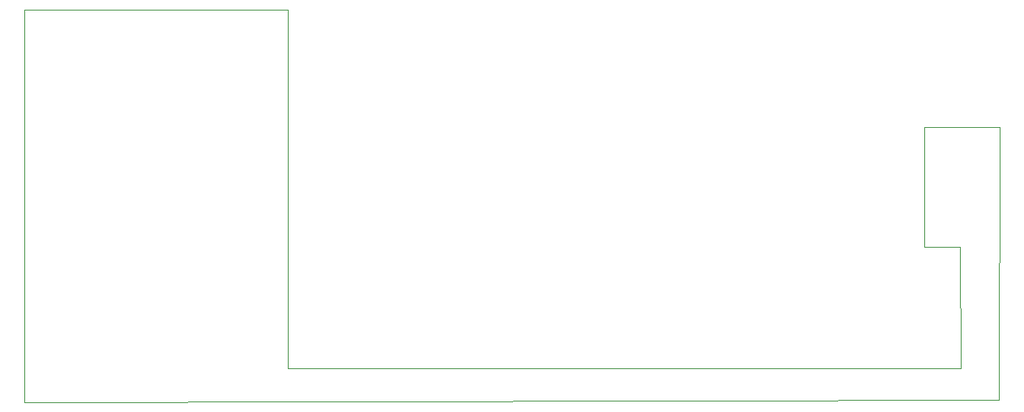
<source format=gbr>
%TF.GenerationSoftware,KiCad,Pcbnew,(5.1.12-1-10_14)*%
%TF.CreationDate,2022-08-29T01:00:24+02:00*%
%TF.ProjectId,esp-wireless-charging,6573702d-7769-4726-956c-6573732d6368,rev?*%
%TF.SameCoordinates,Original*%
%TF.FileFunction,Profile,NP*%
%FSLAX46Y46*%
G04 Gerber Fmt 4.6, Leading zero omitted, Abs format (unit mm)*
G04 Created by KiCad (PCBNEW (5.1.12-1-10_14)) date 2022-08-29 01:00:24*
%MOMM*%
%LPD*%
G01*
G04 APERTURE LIST*
%TA.AperFunction,Profile*%
%ADD10C,0.050000*%
%TD*%
G04 APERTURE END LIST*
D10*
X85000000Y-46750000D02*
X112500000Y-46750000D01*
X95775000Y-46750000D02*
X95900000Y-46750000D01*
X92100000Y-46750000D02*
X95775000Y-46750000D01*
X90500000Y-46750000D02*
X88750000Y-46750000D01*
X112500000Y-46750000D02*
X90500000Y-46750000D01*
X112500000Y-84250000D02*
X112500000Y-46750000D01*
X182750000Y-84250000D02*
X112500000Y-84250000D01*
X182640000Y-71566500D02*
X182750000Y-84250000D01*
X178966000Y-71566500D02*
X182640000Y-71566500D01*
X178967000Y-59032000D02*
X178966000Y-71566500D01*
X186783000Y-59032000D02*
X178967000Y-59032000D01*
X186750000Y-87500000D02*
X186783000Y-59032000D01*
X85000000Y-87750000D02*
X186750000Y-87500000D01*
X85000000Y-46750000D02*
X85000000Y-87750000D01*
X93653500Y-46760000D02*
X85000000Y-46750000D01*
M02*

</source>
